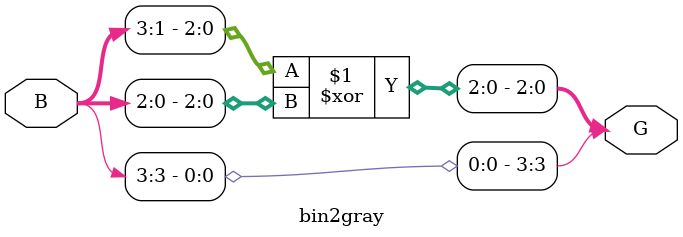
<source format=v>
module bin2gray ( B ,G );

input [3:0] B ;
wire [3:0] B ;

output [3:0] G ;
wire [3:0] G ;

assign G[3] = B[3];
assign G[2:0] = B[3:1] ^ B[2:0];

endmodule



</source>
